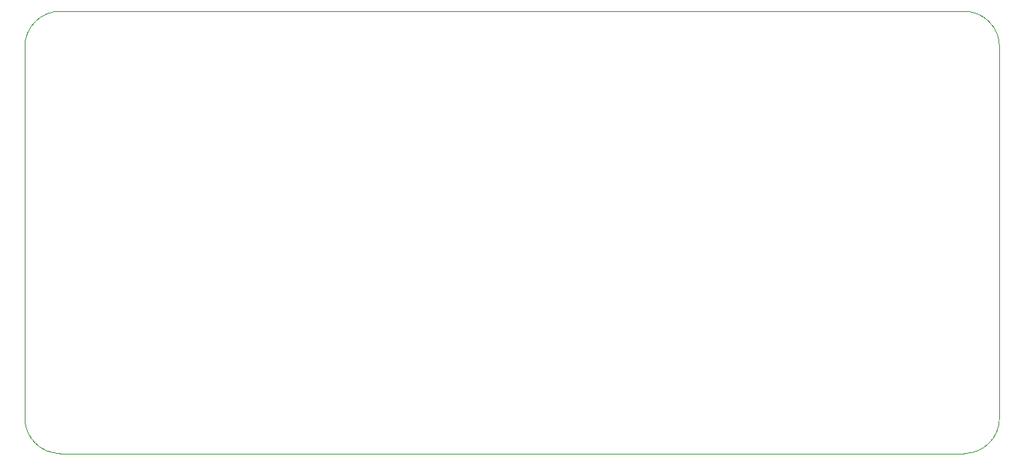
<source format=gbr>
%TF.GenerationSoftware,KiCad,Pcbnew,7.0.6-0*%
%TF.CreationDate,2024-04-21T20:32:30+02:00*%
%TF.ProjectId,3mode_controller,336d6f64-655f-4636-9f6e-74726f6c6c65,rev?*%
%TF.SameCoordinates,Original*%
%TF.FileFunction,Profile,NP*%
%FSLAX46Y46*%
G04 Gerber Fmt 4.6, Leading zero omitted, Abs format (unit mm)*
G04 Created by KiCad (PCBNEW 7.0.6-0) date 2024-04-21 20:32:30*
%MOMM*%
%LPD*%
G01*
G04 APERTURE LIST*
%TA.AperFunction,Profile*%
%ADD10C,0.100000*%
%TD*%
G04 APERTURE END LIST*
D10*
X209500000Y-136000000D02*
X209500000Y-94000000D01*
X99500000Y-94000000D02*
X99500000Y-136000000D01*
X99500000Y-136000000D02*
G75*
G03*
X103500000Y-140000000I4000000J0D01*
G01*
X205500000Y-140000000D02*
G75*
G03*
X209500000Y-136000000I0J4000000D01*
G01*
X209500000Y-94000000D02*
G75*
G03*
X205500000Y-90000000I-4000000J0D01*
G01*
X103500000Y-90000000D02*
G75*
G03*
X99500000Y-94000000I0J-4000000D01*
G01*
X103500000Y-140000000D02*
X205500000Y-140000000D01*
X205500000Y-90000000D02*
X103500000Y-90000000D01*
M02*

</source>
